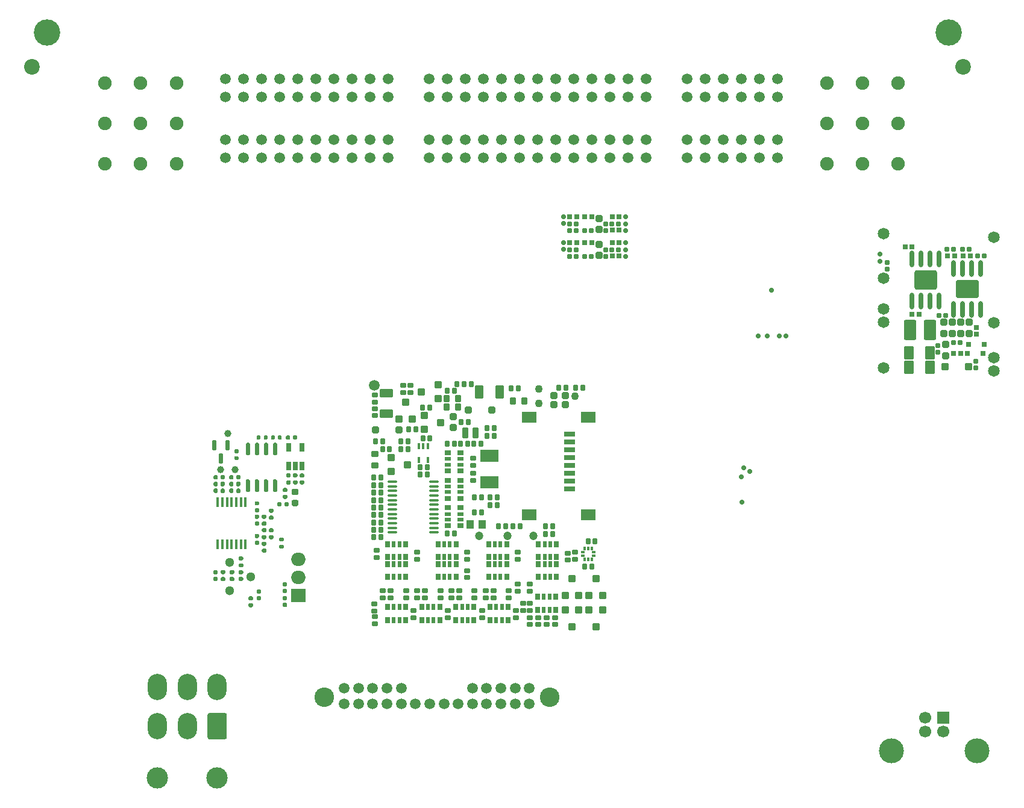
<source format=gbs>
G75*
G70*
%OFA0B0*%
%FSLAX25Y25*%
%IPPOS*%
%LPD*%
%AMOC8*
5,1,8,0,0,1.08239X$1,22.5*
%
%AMM152*
21,1,0.041340,0.026770,-0.000000,-0.000000,180.000000*
21,1,0.029130,0.038980,-0.000000,-0.000000,180.000000*
1,1,0.012210,-0.014570,0.013390*
1,1,0.012210,0.014570,0.013390*
1,1,0.012210,0.014570,-0.013390*
1,1,0.012210,-0.014570,-0.013390*
%
%AMM153*
21,1,0.076380,0.036220,-0.000000,-0.000000,270.000000*
21,1,0.061810,0.050790,-0.000000,-0.000000,270.000000*
1,1,0.014570,-0.018110,-0.030910*
1,1,0.014570,-0.018110,0.030910*
1,1,0.014570,0.018110,0.030910*
1,1,0.014570,0.018110,-0.030910*
%
%AMM156*
21,1,0.029130,0.018900,-0.000000,-0.000000,270.000000*
21,1,0.018900,0.029130,-0.000000,-0.000000,270.000000*
1,1,0.010240,-0.009450,-0.009450*
1,1,0.010240,-0.009450,0.009450*
1,1,0.010240,0.009450,0.009450*
1,1,0.010240,0.009450,-0.009450*
%
%AMM157*
21,1,0.025200,0.019680,-0.000000,-0.000000,180.000000*
21,1,0.015750,0.029130,-0.000000,-0.000000,180.000000*
1,1,0.009450,-0.007870,0.009840*
1,1,0.009450,0.007870,0.009840*
1,1,0.009450,0.007870,-0.009840*
1,1,0.009450,-0.007870,-0.009840*
%
%AMM158*
21,1,0.025200,0.019680,-0.000000,-0.000000,90.000000*
21,1,0.015750,0.029130,-0.000000,-0.000000,90.000000*
1,1,0.009450,0.009840,0.007870*
1,1,0.009450,0.009840,-0.007870*
1,1,0.009450,-0.009840,-0.007870*
1,1,0.009450,-0.009840,0.007870*
%
%AMM164*
21,1,0.111810,0.050390,-0.000000,-0.000000,270.000000*
21,1,0.093700,0.068500,-0.000000,-0.000000,270.000000*
1,1,0.018110,-0.025200,-0.046850*
1,1,0.018110,-0.025200,0.046850*
1,1,0.018110,0.025200,0.046850*
1,1,0.018110,0.025200,-0.046850*
%
%AMM165*
21,1,0.038980,0.026770,-0.000000,-0.000000,90.000000*
21,1,0.026770,0.038980,-0.000000,-0.000000,90.000000*
1,1,0.012210,0.013390,0.013390*
1,1,0.012210,0.013390,-0.013390*
1,1,0.012210,-0.013390,-0.013390*
1,1,0.012210,-0.013390,0.013390*
%
%AMM166*
21,1,0.029130,0.018900,-0.000000,-0.000000,0.000000*
21,1,0.018900,0.029130,-0.000000,-0.000000,0.000000*
1,1,0.010240,0.009450,-0.009450*
1,1,0.010240,-0.009450,-0.009450*
1,1,0.010240,-0.009450,0.009450*
1,1,0.010240,0.009450,0.009450*
%
%AMM167*
21,1,0.127560,0.075590,-0.000000,-0.000000,0.000000*
21,1,0.103150,0.100000,-0.000000,-0.000000,0.000000*
1,1,0.024410,0.051580,-0.037800*
1,1,0.024410,-0.051580,-0.037800*
1,1,0.024410,-0.051580,0.037800*
1,1,0.024410,0.051580,0.037800*
%
%AMM168*
21,1,0.123620,0.083460,-0.000000,-0.000000,180.000000*
21,1,0.097240,0.109840,-0.000000,-0.000000,180.000000*
1,1,0.026380,-0.048620,0.041730*
1,1,0.026380,0.048620,0.041730*
1,1,0.026380,0.048620,-0.041730*
1,1,0.026380,-0.048620,-0.041730*
%
%AMM25*
21,1,0.025200,0.019680,0.000000,0.000000,0.000000*
21,1,0.015750,0.029130,0.000000,0.000000,0.000000*
1,1,0.009450,0.007870,-0.009840*
1,1,0.009450,-0.007870,-0.009840*
1,1,0.009450,-0.007870,0.009840*
1,1,0.009450,0.007870,0.009840*
%
%AMM26*
21,1,0.025200,0.019680,0.000000,0.000000,270.000000*
21,1,0.015750,0.029130,0.000000,0.000000,270.000000*
1,1,0.009450,-0.009840,-0.007870*
1,1,0.009450,-0.009840,0.007870*
1,1,0.009450,0.009840,0.007870*
1,1,0.009450,0.009840,-0.007870*
%
%AMM33*
21,1,0.038980,0.026770,0.000000,0.000000,270.000000*
21,1,0.026770,0.038980,0.000000,0.000000,270.000000*
1,1,0.012210,-0.013390,-0.013390*
1,1,0.012210,-0.013390,0.013390*
1,1,0.012210,0.013390,0.013390*
1,1,0.012210,0.013390,-0.013390*
%
%AMM34*
21,1,0.029130,0.018900,0.000000,0.000000,180.000000*
21,1,0.018900,0.029130,0.000000,0.000000,180.000000*
1,1,0.010240,-0.009450,0.009450*
1,1,0.010240,0.009450,0.009450*
1,1,0.010240,0.009450,-0.009450*
1,1,0.010240,-0.009450,-0.009450*
%
%AMM53*
21,1,0.029530,0.026380,0.000000,0.000000,270.000000*
21,1,0.020470,0.035430,0.000000,0.000000,270.000000*
1,1,0.009060,-0.013190,-0.010240*
1,1,0.009060,-0.013190,0.010240*
1,1,0.009060,0.013190,0.010240*
1,1,0.009060,0.013190,-0.010240*
%
%AMM54*
21,1,0.021650,0.027950,0.000000,0.000000,270.000000*
21,1,0.014170,0.035430,0.000000,0.000000,270.000000*
1,1,0.007480,-0.013980,-0.007090*
1,1,0.007480,-0.013980,0.007090*
1,1,0.007480,0.013980,0.007090*
1,1,0.007480,0.013980,-0.007090*
%
%AMM57*
21,1,0.031500,0.018900,0.000000,0.000000,90.000000*
21,1,0.022840,0.027560,0.000000,0.000000,90.000000*
1,1,0.008660,0.009450,0.011420*
1,1,0.008660,0.009450,-0.011420*
1,1,0.008660,-0.009450,-0.011420*
1,1,0.008660,-0.009450,0.011420*
%
%AMM59*
21,1,0.031500,0.018900,0.000000,0.000000,180.000000*
21,1,0.022840,0.027560,0.000000,0.000000,180.000000*
1,1,0.008660,-0.011420,0.009450*
1,1,0.008660,0.011420,0.009450*
1,1,0.008660,0.011420,-0.009450*
1,1,0.008660,-0.011420,-0.009450*
%
%AMM61*
21,1,0.039370,0.030320,0.000000,0.000000,270.000000*
21,1,0.028350,0.041340,0.000000,0.000000,270.000000*
1,1,0.011020,-0.015160,-0.014170*
1,1,0.011020,-0.015160,0.014170*
1,1,0.011020,0.015160,0.014170*
1,1,0.011020,0.015160,-0.014170*
%
%AMM64*
21,1,0.031500,0.030710,0.000000,0.000000,0.000000*
21,1,0.022050,0.040160,0.000000,0.000000,0.000000*
1,1,0.009450,0.011020,-0.015350*
1,1,0.009450,-0.011020,-0.015350*
1,1,0.009450,-0.011020,0.015350*
1,1,0.009450,0.011020,0.015350*
%
%AMM79*
21,1,0.037400,0.026770,0.000000,0.000000,90.000000*
21,1,0.026770,0.037400,0.000000,0.000000,90.000000*
1,1,0.010630,0.013390,0.013390*
1,1,0.010630,0.013390,-0.013390*
1,1,0.010630,-0.013390,-0.013390*
1,1,0.010630,-0.013390,0.013390*
%
%AMM80*
21,1,0.029530,0.026380,0.000000,0.000000,0.000000*
21,1,0.020470,0.035430,0.000000,0.000000,0.000000*
1,1,0.009060,0.010240,-0.013190*
1,1,0.009060,-0.010240,-0.013190*
1,1,0.009060,-0.010240,0.013190*
1,1,0.009060,0.010240,0.013190*
%
%AMM81*
21,1,0.021650,0.027950,0.000000,0.000000,0.000000*
21,1,0.014170,0.035430,0.000000,0.000000,0.000000*
1,1,0.007480,0.007090,-0.013980*
1,1,0.007480,-0.007090,-0.013980*
1,1,0.007480,-0.007090,0.013980*
1,1,0.007480,0.007090,0.013980*
%
%AMM82*
21,1,0.037400,0.026770,0.000000,0.000000,0.000000*
21,1,0.026770,0.037400,0.000000,0.000000,0.000000*
1,1,0.010630,0.013390,-0.013390*
1,1,0.010630,-0.013390,-0.013390*
1,1,0.010630,-0.013390,0.013390*
1,1,0.010630,0.013390,0.013390*
%
%AMM83*
21,1,0.082680,0.045670,0.000000,0.000000,180.000000*
21,1,0.067320,0.061020,0.000000,0.000000,180.000000*
1,1,0.015350,-0.033660,0.022840*
1,1,0.015350,0.033660,0.022840*
1,1,0.015350,0.033660,-0.022840*
1,1,0.015350,-0.033660,-0.022840*
%
%AMM84*
21,1,0.062990,0.020470,0.000000,0.000000,180.000000*
21,1,0.053940,0.029530,0.000000,0.000000,180.000000*
1,1,0.009060,-0.026970,0.010240*
1,1,0.009060,0.026970,0.010240*
1,1,0.009060,0.026970,-0.010240*
1,1,0.009060,-0.026970,-0.010240*
%
%AMM85*
21,1,0.039370,0.030320,0.000000,0.000000,180.000000*
21,1,0.028350,0.041340,0.000000,0.000000,180.000000*
1,1,0.011020,-0.014170,0.015160*
1,1,0.011020,0.014170,0.015160*
1,1,0.011020,0.014170,-0.015160*
1,1,0.011020,-0.014170,-0.015160*
%
%AMM86*
21,1,0.016540,0.028980,0.000000,0.000000,180.000000*
21,1,0.010080,0.035430,0.000000,0.000000,180.000000*
1,1,0.006460,-0.005040,0.014490*
1,1,0.006460,0.005040,0.014490*
1,1,0.006460,0.005040,-0.014490*
1,1,0.006460,-0.005040,-0.014490*
%
%AMM87*
21,1,0.074800,0.036220,0.000000,0.000000,0.000000*
21,1,0.061810,0.049210,0.000000,0.000000,0.000000*
1,1,0.012990,0.030910,-0.018110*
1,1,0.012990,-0.030910,-0.018110*
1,1,0.012990,-0.030910,0.018110*
1,1,0.012990,0.030910,0.018110*
%
%AMM88*
21,1,0.039760,0.026770,0.000000,0.000000,0.000000*
21,1,0.029130,0.037400,0.000000,0.000000,0.000000*
1,1,0.010630,0.014570,-0.013390*
1,1,0.010630,-0.014570,-0.013390*
1,1,0.010630,-0.014570,0.013390*
1,1,0.010630,0.014570,0.013390*
%
%AMM89*
21,1,0.031500,0.049610,0.000000,0.000000,0.000000*
21,1,0.022050,0.059060,0.000000,0.000000,0.000000*
1,1,0.009450,0.011020,-0.024800*
1,1,0.009450,-0.011020,-0.024800*
1,1,0.009450,-0.011020,0.024800*
1,1,0.009450,0.011020,0.024800*
%
%AMM90*
21,1,0.074800,0.036220,0.000000,0.000000,90.000000*
21,1,0.061810,0.049210,0.000000,0.000000,90.000000*
1,1,0.012990,0.018110,0.030910*
1,1,0.012990,0.018110,-0.030910*
1,1,0.012990,-0.018110,-0.030910*
1,1,0.012990,-0.018110,0.030910*
%
%AMM91*
21,1,0.031500,0.030710,0.000000,0.000000,90.000000*
21,1,0.022050,0.040160,0.000000,0.000000,90.000000*
1,1,0.009450,0.015350,0.011020*
1,1,0.009450,0.015350,-0.011020*
1,1,0.009450,-0.015350,-0.011020*
1,1,0.009450,-0.015350,0.011020*
%
%ADD104M25*%
%ADD105M26*%
%ADD106C,0.02913*%
%ADD107C,0.06457*%
%ADD118M33*%
%ADD119M34*%
%ADD12C,0.05906*%
%ADD120O,0.02520X0.09213*%
%ADD14C,0.11811*%
%ADD149C,0.03900*%
%ADD151M53*%
%ADD152M54*%
%ADD159M57*%
%ADD163M59*%
%ADD165M61*%
%ADD169M64*%
%ADD175C,0.04724*%
%ADD176C,0.04294*%
%ADD195M79*%
%ADD196M80*%
%ADD197M81*%
%ADD198M82*%
%ADD199M83*%
%ADD200M84*%
%ADD201M85*%
%ADD202R,0.01772X0.01870*%
%ADD203M86*%
%ADD204O,0.05354X0.01378*%
%ADD205M87*%
%ADD206M88*%
%ADD207R,0.09843X0.07087*%
%ADD208R,0.01870X0.01772*%
%ADD209M89*%
%ADD210R,0.04331X0.04724*%
%ADD211M90*%
%ADD212M91*%
%ADD22C,0.02362*%
%ADD223C,0.05118*%
%ADD317M152*%
%ADD318M153*%
%ADD321M156*%
%ADD322M157*%
%ADD323M158*%
%ADD329M164*%
%ADD330M165*%
%ADD331M166*%
%ADD332M167*%
%ADD333M168*%
%ADD348R,0.07874X0.07500*%
%ADD349O,0.07874X0.07500*%
%ADD351R,0.01772X0.05709*%
%ADD352R,0.02559X0.04803*%
%ADD46R,0.06693X0.06693*%
%ADD47C,0.06693*%
%ADD48C,0.13780*%
%ADD49O,0.10630X0.14567*%
%ADD61C,0.07480*%
%ADD62C,0.10827*%
%ADD63C,0.08661*%
%ADD64C,0.14567*%
X0000000Y0000000D02*
%LPD*%
G01*
D62*
X0226636Y0070847D03*
X0351439Y0070847D03*
D12*
X0237857Y0075965D03*
X0245731Y0075965D03*
X0253605Y0075965D03*
X0261479Y0075965D03*
X0269353Y0075965D03*
X0308723Y0075965D03*
X0316597Y0075965D03*
X0324471Y0075965D03*
X0332345Y0075965D03*
X0340219Y0075965D03*
X0237857Y0067304D03*
X0245731Y0067304D03*
X0253605Y0067304D03*
X0261479Y0067304D03*
X0269353Y0067304D03*
X0277227Y0067304D03*
X0285101Y0067304D03*
X0292975Y0067304D03*
X0300849Y0067304D03*
X0308723Y0067304D03*
X0316597Y0067304D03*
X0324471Y0067304D03*
X0332345Y0067304D03*
X0340219Y0067304D03*
D22*
X0393436Y0322536D03*
X0393436Y0318796D03*
X0393436Y0315056D03*
X0359184Y0318993D03*
X0359184Y0322536D03*
D12*
X0536035Y0253335D03*
X0536035Y0278531D03*
X0536035Y0286012D03*
X0536035Y0302941D03*
D22*
X0534264Y0312390D03*
X0534264Y0316327D03*
D12*
X0536035Y0327547D03*
X0597059Y0251563D03*
X0597059Y0258846D03*
X0597059Y0278335D03*
X0597059Y0325776D03*
D46*
X0569061Y0059791D03*
D47*
X0559219Y0059791D03*
X0559219Y0051917D03*
X0569061Y0051917D03*
D48*
X0587841Y0041247D03*
X0540439Y0041247D03*
D22*
X0393457Y0336880D03*
X0393457Y0333139D03*
X0393457Y0329399D03*
X0359206Y0333336D03*
X0359206Y0336880D03*
D14*
X0167575Y0026201D03*
X0134504Y0026201D03*
G36*
G01*
X0172890Y0061240D02*
X0172890Y0048642D01*
G75*
G02*
X0171906Y0047657I-000984J0000000D01*
G01*
X0163244Y0047657D01*
G75*
G02*
X0162260Y0048642I0000000J0000984D01*
G01*
X0162260Y0061240D01*
G75*
G02*
X0163244Y0062224I0000984J0000000D01*
G01*
X0171906Y0062224D01*
G75*
G02*
X0172890Y0061240I0000000J-000984D01*
G01*
G37*
D49*
X0151039Y0054941D03*
X0134504Y0054941D03*
X0167575Y0076594D03*
X0151039Y0076594D03*
X0134504Y0076594D03*
D22*
X0474111Y0296420D03*
X0466907Y0271124D03*
X0471926Y0271124D03*
X0478422Y0271124D03*
X0481966Y0271124D03*
X0458624Y0198092D03*
X0462069Y0196025D03*
X0457443Y0193072D03*
X0457738Y0179096D03*
D63*
X0580222Y0419862D03*
D64*
X0572222Y0439134D03*
X0073348Y0439134D03*
D63*
X0065262Y0419862D03*
D61*
X0544219Y0411102D03*
X0524553Y0411102D03*
X0504884Y0411102D03*
X0544219Y0388657D03*
X0524553Y0388657D03*
X0504884Y0388657D03*
X0544219Y0366217D03*
X0524553Y0366217D03*
X0504884Y0366217D03*
D12*
X0477297Y0413433D03*
X0467297Y0413433D03*
X0457297Y0413433D03*
X0447297Y0413433D03*
X0437293Y0413433D03*
X0427293Y0413433D03*
X0477297Y0403421D03*
X0467297Y0403421D03*
X0457297Y0403421D03*
X0447297Y0403421D03*
X0437293Y0403421D03*
X0427293Y0403421D03*
X0477297Y0379646D03*
X0467297Y0379646D03*
X0457297Y0379646D03*
X0447297Y0379646D03*
X0437293Y0379646D03*
X0427293Y0379646D03*
X0477297Y0369555D03*
X0467297Y0369555D03*
X0457297Y0369555D03*
X0447297Y0369555D03*
X0437293Y0369555D03*
X0427293Y0369555D03*
X0404876Y0413433D03*
X0394876Y0413433D03*
X0384876Y0413433D03*
X0374876Y0413433D03*
X0364872Y0413433D03*
X0354872Y0413433D03*
X0344872Y0413433D03*
X0334872Y0413433D03*
X0324868Y0413433D03*
X0314868Y0413433D03*
X0304868Y0413433D03*
X0294868Y0413433D03*
X0284868Y0413433D03*
X0404876Y0403421D03*
X0394876Y0403421D03*
X0384876Y0403421D03*
X0374876Y0403421D03*
X0364872Y0403421D03*
X0354872Y0403421D03*
X0344872Y0403421D03*
X0334872Y0403421D03*
X0324868Y0403421D03*
X0314868Y0403421D03*
X0304868Y0403421D03*
X0294868Y0403421D03*
X0284868Y0403421D03*
X0404876Y0379646D03*
X0394876Y0379646D03*
X0384876Y0379646D03*
X0374876Y0379646D03*
X0364872Y0379646D03*
X0354872Y0379646D03*
X0344872Y0379646D03*
X0334872Y0379646D03*
X0324868Y0379646D03*
X0314868Y0379646D03*
X0304868Y0379646D03*
X0294868Y0379646D03*
X0284868Y0379646D03*
X0404876Y0369555D03*
X0394876Y0369555D03*
X0384876Y0369555D03*
X0374876Y0369555D03*
X0364872Y0369555D03*
X0354872Y0369555D03*
X0344872Y0369555D03*
X0334872Y0369555D03*
X0324868Y0369555D03*
X0314868Y0369555D03*
X0304868Y0369555D03*
X0294868Y0369555D03*
X0284868Y0369555D03*
X0262278Y0413433D03*
X0252278Y0413433D03*
X0242278Y0413433D03*
X0232278Y0413433D03*
X0222278Y0413433D03*
X0212274Y0413433D03*
X0202274Y0413433D03*
X0192274Y0413433D03*
X0182274Y0413433D03*
X0172270Y0413433D03*
X0262278Y0403421D03*
X0252278Y0403421D03*
X0242278Y0403421D03*
X0232278Y0403421D03*
X0222278Y0403421D03*
X0212274Y0403421D03*
X0202274Y0403421D03*
X0192274Y0403421D03*
X0182274Y0403421D03*
X0172270Y0403421D03*
X0262278Y0379646D03*
X0252278Y0379646D03*
X0242278Y0379646D03*
X0232278Y0379646D03*
X0222278Y0379646D03*
X0212274Y0379646D03*
X0202274Y0379646D03*
X0192274Y0379646D03*
X0182274Y0379646D03*
X0172270Y0379646D03*
X0262278Y0369555D03*
X0252278Y0369555D03*
X0242278Y0369555D03*
X0232278Y0369555D03*
X0222278Y0369555D03*
X0212274Y0369555D03*
X0202274Y0369555D03*
X0192274Y0369555D03*
X0182274Y0369555D03*
X0172270Y0369555D03*
D61*
X0145018Y0411102D03*
X0125266Y0411102D03*
X0105600Y0411102D03*
X0145018Y0388657D03*
X0125266Y0388657D03*
X0105600Y0388657D03*
X0145018Y0366217D03*
X0125266Y0366217D03*
X0105600Y0366217D03*
X0600012Y0330500D02*
G01*
G75*
D317*
X0570097Y0254122D02*
D03*
X0583089Y0254122D02*
D03*
D318*
X0550237Y0253728D02*
D03*
X0561654Y0253728D02*
D03*
X0550237Y0261760D02*
D03*
X0561654Y0261760D02*
D03*
D321*
X0587610Y0275776D02*
D03*
X0587610Y0271839D02*
D03*
X0590957Y0261209D02*
D03*
X0582295Y0261209D02*
D03*
X0591744Y0266457D02*
D03*
X0583083Y0266457D02*
D03*
D322*
X0579857Y0319083D02*
D03*
X0583401Y0319083D02*
D03*
X0570466Y0282350D02*
D03*
X0566922Y0282350D02*
D03*
X0578463Y0267245D02*
D03*
X0574920Y0267245D02*
D03*
X0571239Y0319083D02*
D03*
X0574782Y0319083D02*
D03*
X0591744Y0315146D02*
D03*
X0588201Y0315146D02*
D03*
D323*
X0566259Y0265670D02*
D03*
X0566259Y0262126D02*
D03*
X0587026Y0253268D02*
D03*
X0587026Y0256812D02*
D03*
X0538262Y0311585D02*
D03*
X0538262Y0308041D02*
D03*
D106*
X0534264Y0312390D02*
D03*
X0534264Y0316327D02*
D03*
D107*
X0597059Y0258847D02*
D03*
X0597059Y0325776D02*
D03*
X0597059Y0278335D02*
D03*
X0536036Y0278532D02*
D03*
X0536036Y0253335D02*
D03*
X0536036Y0302941D02*
D03*
X0536036Y0286012D02*
D03*
X0536036Y0327547D02*
D03*
X0597059Y0251563D02*
D03*
D329*
X0550799Y0274201D02*
D03*
X0561823Y0274201D02*
D03*
D330*
X0583477Y0278524D02*
D03*
X0583477Y0272304D02*
D03*
X0569383Y0278524D02*
D03*
X0569383Y0272304D02*
D03*
X0574074Y0278524D02*
D03*
X0574074Y0272304D02*
D03*
X0578766Y0278524D02*
D03*
X0578766Y0272304D02*
D03*
X0570564Y0266280D02*
D03*
X0570564Y0260059D02*
D03*
D331*
X0580054Y0315146D02*
D03*
X0583991Y0315146D02*
D03*
X0575373Y0315146D02*
D03*
X0571436Y0315146D02*
D03*
X0578660Y0261209D02*
D03*
X0574723Y0261209D02*
D03*
X0555727Y0282823D02*
D03*
X0551790Y0282823D02*
D03*
X0547951Y0320264D02*
D03*
X0551889Y0320264D02*
D03*
D120*
X0574940Y0308386D02*
D03*
X0579940Y0308386D02*
D03*
X0584940Y0308386D02*
D03*
X0589940Y0308386D02*
D03*
X0574940Y0285749D02*
D03*
X0579940Y0285749D02*
D03*
X0584940Y0285749D02*
D03*
X0589940Y0285749D02*
D03*
X0551873Y0313669D02*
D03*
X0556873Y0313669D02*
D03*
X0561873Y0313669D02*
D03*
X0566873Y0313669D02*
D03*
X0551873Y0290244D02*
D03*
X0556873Y0290244D02*
D03*
X0561873Y0290244D02*
D03*
X0566873Y0290244D02*
D03*
D332*
X0582440Y0297068D02*
D03*
D333*
X0559373Y0301957D02*
D03*
X0250202Y0106073D02*
G01*
G75*
D151*
X0302171Y0191112D02*
D03*
X0302171Y0165817D02*
D03*
X0302171Y0181073D02*
D03*
X0302171Y0175857D02*
D03*
X0295084Y0206368D02*
D03*
X0302171Y0206368D02*
D03*
X0302171Y0196329D02*
D03*
X0295084Y0196329D02*
D03*
X0295084Y0165817D02*
D03*
X0295084Y0175857D02*
D03*
X0295084Y0181073D02*
D03*
X0295084Y0191112D02*
D03*
D152*
X0302171Y0187667D02*
D03*
X0302171Y0172412D02*
D03*
X0302171Y0184518D02*
D03*
X0302171Y0169262D02*
D03*
X0302171Y0199774D02*
D03*
X0302171Y0202923D02*
D03*
X0295084Y0202923D02*
D03*
X0295084Y0199774D02*
D03*
X0295084Y0172412D02*
D03*
X0295084Y0169262D02*
D03*
X0295084Y0187667D02*
D03*
X0295084Y0184518D02*
D03*
D159*
X0304139Y0244262D02*
D03*
X0300202Y0244262D02*
D03*
X0298627Y0240719D02*
D03*
X0294690Y0240719D02*
D03*
X0306501Y0223396D02*
D03*
X0302564Y0223396D02*
D03*
X0335154Y0165694D02*
D03*
X0331217Y0165694D02*
D03*
X0326958Y0165694D02*
D03*
X0323021Y0165694D02*
D03*
X0283636Y0198161D02*
D03*
X0279699Y0198161D02*
D03*
X0283636Y0194438D02*
D03*
X0279699Y0194438D02*
D03*
X0281220Y0231270D02*
D03*
X0285157Y0231270D02*
D03*
X0369854Y0242203D02*
D03*
X0334106Y0241964D02*
D03*
X0349021Y0165694D02*
D03*
X0316737Y0219852D02*
D03*
X0316737Y0215522D02*
D03*
X0313307Y0211303D02*
D03*
X0302030Y0211358D02*
D03*
X0322446Y0181698D02*
D03*
X0313657Y0181698D02*
D03*
X0309720Y0173213D02*
D03*
X0374637Y0143347D02*
D03*
X0349021Y0161191D02*
D03*
X0308076Y0244262D02*
D03*
X0294690Y0211267D02*
D03*
X0273037Y0212665D02*
D03*
X0258972Y0212665D02*
D03*
X0273037Y0208435D02*
D03*
X0258972Y0208435D02*
D03*
X0298675Y0161527D02*
D03*
X0254139Y0159616D02*
D03*
X0320674Y0219852D02*
D03*
X0309720Y0181698D02*
D03*
X0318509Y0181698D02*
D03*
X0318509Y0177210D02*
D03*
X0322446Y0177210D02*
D03*
X0376580Y0157254D02*
D03*
X0372643Y0157254D02*
D03*
X0370700Y0143347D02*
D03*
X0285255Y0214171D02*
D03*
X0281318Y0214171D02*
D03*
X0255034Y0212665D02*
D03*
X0298627Y0211267D02*
D03*
X0313657Y0173213D02*
D03*
X0305967Y0211358D02*
D03*
X0309370Y0211303D02*
D03*
X0269100Y0208435D02*
D03*
X0294738Y0161527D02*
D03*
X0258076Y0159616D02*
D03*
X0330169Y0241964D02*
D03*
X0304139Y0244262D02*
D03*
X0277367Y0219238D02*
D03*
X0273430Y0219238D02*
D03*
X0269100Y0212665D02*
D03*
X0352958Y0161191D02*
D03*
X0352958Y0165694D02*
D03*
X0320674Y0215522D02*
D03*
X0365917Y0242203D02*
D03*
X0356601Y0242203D02*
D03*
X0360538Y0242203D02*
D03*
X0262909Y0208435D02*
D03*
X0254139Y0163553D02*
D03*
X0258076Y0163553D02*
D03*
X0254139Y0175955D02*
D03*
X0258076Y0175955D02*
D03*
X0254139Y0180089D02*
D03*
X0258076Y0180089D02*
D03*
X0254139Y0188357D02*
D03*
X0258076Y0188357D02*
D03*
X0254139Y0184223D02*
D03*
X0258076Y0184223D02*
D03*
X0254139Y0192490D02*
D03*
X0258076Y0192490D02*
D03*
X0254139Y0171821D02*
D03*
X0258076Y0171821D02*
D03*
X0254139Y0167687D02*
D03*
X0258076Y0167687D02*
D03*
D163*
X0309129Y0195049D02*
D03*
X0309129Y0199282D02*
D03*
X0354533Y0111191D02*
D03*
X0349808Y0111191D02*
D03*
X0345084Y0111191D02*
D03*
X0340360Y0111191D02*
D03*
X0270281Y0239538D02*
D03*
X0274415Y0239538D02*
D03*
X0365595Y0147317D02*
D03*
X0365595Y0151254D02*
D03*
X0254666Y0238356D02*
D03*
X0254666Y0234420D02*
D03*
X0309129Y0203219D02*
D03*
X0309129Y0191112D02*
D03*
X0361423Y0146821D02*
D03*
X0361423Y0150758D02*
D03*
X0336650Y0119045D02*
D03*
X0336650Y0122982D02*
D03*
X0340360Y0122982D02*
D03*
X0340360Y0119045D02*
D03*
X0340360Y0133632D02*
D03*
X0340360Y0129695D02*
D03*
X0340360Y0115128D02*
D03*
X0345084Y0115128D02*
D03*
X0354533Y0115128D02*
D03*
X0349808Y0115128D02*
D03*
X0255701Y0148322D02*
D03*
X0255701Y0152259D02*
D03*
X0305911Y0151349D02*
D03*
X0305911Y0147412D02*
D03*
X0305911Y0141112D02*
D03*
X0305911Y0137175D02*
D03*
X0277958Y0151349D02*
D03*
X0277958Y0147412D02*
D03*
X0301383Y0125955D02*
D03*
X0301383Y0129892D02*
D03*
X0272053Y0125955D02*
D03*
X0272053Y0129892D02*
D03*
X0259257Y0125955D02*
D03*
X0259257Y0129892D02*
D03*
X0276149Y0119045D02*
D03*
X0276149Y0115108D02*
D03*
X0254533Y0118671D02*
D03*
X0254533Y0122608D02*
D03*
X0254730Y0115522D02*
D03*
X0254730Y0111585D02*
D03*
X0254666Y0226830D02*
D03*
X0254666Y0230767D02*
D03*
X0270281Y0243475D02*
D03*
X0274415Y0243475D02*
D03*
X0278155Y0129892D02*
D03*
X0278155Y0125955D02*
D03*
X0282485Y0129892D02*
D03*
X0282485Y0125955D02*
D03*
X0290950Y0129892D02*
D03*
X0290950Y0125955D02*
D03*
X0295116Y0115108D02*
D03*
X0295116Y0119045D02*
D03*
X0333863Y0147412D02*
D03*
X0333863Y0151349D02*
D03*
X0263588Y0129892D02*
D03*
X0263588Y0125955D02*
D03*
X0313959Y0115108D02*
D03*
X0313959Y0119045D02*
D03*
X0309848Y0129892D02*
D03*
X0309848Y0125955D02*
D03*
X0297053Y0129892D02*
D03*
X0297053Y0125955D02*
D03*
X0332939Y0115108D02*
D03*
X0332939Y0119045D02*
D03*
X0328746Y0129892D02*
D03*
X0328746Y0125955D02*
D03*
X0320281Y0129892D02*
D03*
X0320281Y0125955D02*
D03*
X0315950Y0129892D02*
D03*
X0315950Y0125955D02*
D03*
X0333727Y0133632D02*
D03*
X0333727Y0129695D02*
D03*
D165*
X0289759Y0236329D02*
D03*
X0282019Y0226854D02*
D03*
X0263686Y0203484D02*
D03*
D169*
X0337407Y0234912D02*
D03*
X0331107Y0234912D02*
D03*
X0300793Y0236290D02*
D03*
X0294493Y0236290D02*
D03*
X0300793Y0231664D02*
D03*
X0294493Y0231664D02*
D03*
D165*
X0272938Y0199743D02*
D03*
X0282019Y0219374D02*
D03*
X0291271Y0223114D02*
D03*
X0289759Y0243809D02*
D03*
X0280507Y0240069D02*
D03*
X0263686Y0196003D02*
D03*
D175*
X0328115Y0160207D02*
D03*
X0342328Y0160207D02*
D03*
X0312328Y0160207D02*
D03*
D176*
X0365320Y0237766D02*
D03*
X0345320Y0233766D02*
D03*
X0345320Y0241766D02*
D03*
D12*
X0254533Y0243475D02*
D03*
D195*
X0298233Y0226467D02*
D03*
X0298233Y0220246D02*
D03*
D196*
X0327663Y0155679D02*
D03*
X0327663Y0148593D02*
D03*
X0317623Y0148593D02*
D03*
X0317623Y0155679D02*
D03*
X0299710Y0148593D02*
D03*
X0271757Y0148593D02*
D03*
X0289671Y0144656D02*
D03*
X0344789Y0119459D02*
D03*
X0344789Y0126545D02*
D03*
X0354828Y0126545D02*
D03*
X0354828Y0119459D02*
D03*
X0261718Y0137569D02*
D03*
X0261718Y0144656D02*
D03*
X0271757Y0144656D02*
D03*
X0271757Y0137569D02*
D03*
X0271757Y0155679D02*
D03*
X0261718Y0148593D02*
D03*
X0261718Y0155679D02*
D03*
X0289671Y0137569D02*
D03*
X0299710Y0144656D02*
D03*
X0299710Y0137569D02*
D03*
X0299710Y0155679D02*
D03*
X0289671Y0148593D02*
D03*
X0289671Y0155679D02*
D03*
X0290655Y0113750D02*
D03*
X0290655Y0120837D02*
D03*
X0280615Y0120837D02*
D03*
X0280615Y0113750D02*
D03*
X0271757Y0113750D02*
D03*
X0271757Y0120837D02*
D03*
X0261718Y0120837D02*
D03*
X0261718Y0113750D02*
D03*
X0309553Y0113750D02*
D03*
X0309553Y0120837D02*
D03*
X0299513Y0120837D02*
D03*
X0299513Y0113750D02*
D03*
X0328450Y0113750D02*
D03*
X0328450Y0120837D02*
D03*
X0318411Y0120837D02*
D03*
X0318411Y0113750D02*
D03*
X0327663Y0137569D02*
D03*
X0327663Y0144656D02*
D03*
X0317623Y0144656D02*
D03*
X0317623Y0137569D02*
D03*
X0355222Y0137569D02*
D03*
X0355222Y0144656D02*
D03*
X0345182Y0144656D02*
D03*
X0345182Y0137569D02*
D03*
X0345182Y0155679D02*
D03*
X0345182Y0148593D02*
D03*
X0355222Y0148593D02*
D03*
X0355222Y0155679D02*
D03*
D197*
X0321068Y0148593D02*
D03*
X0324218Y0148593D02*
D03*
X0324218Y0155679D02*
D03*
X0321068Y0155679D02*
D03*
X0296265Y0148593D02*
D03*
X0268312Y0148593D02*
D03*
X0293115Y0144656D02*
D03*
X0351383Y0126545D02*
D03*
X0348234Y0126545D02*
D03*
X0348234Y0119459D02*
D03*
X0351383Y0119459D02*
D03*
X0268312Y0144656D02*
D03*
X0265163Y0144656D02*
D03*
X0265163Y0137569D02*
D03*
X0268312Y0137569D02*
D03*
X0265163Y0148593D02*
D03*
X0268312Y0155679D02*
D03*
X0265163Y0155679D02*
D03*
X0296265Y0144656D02*
D03*
X0293115Y0137569D02*
D03*
X0296265Y0137569D02*
D03*
X0293116Y0148593D02*
D03*
X0296265Y0155679D02*
D03*
X0293116Y0155679D02*
D03*
X0287210Y0113750D02*
D03*
X0284060Y0113750D02*
D03*
X0284060Y0120837D02*
D03*
X0287210Y0120837D02*
D03*
X0268313Y0113750D02*
D03*
X0265163Y0113750D02*
D03*
X0265163Y0120837D02*
D03*
X0268313Y0120837D02*
D03*
X0306108Y0113750D02*
D03*
X0302958Y0113750D02*
D03*
X0302958Y0120837D02*
D03*
X0306108Y0120837D02*
D03*
X0325005Y0113750D02*
D03*
X0321856Y0113750D02*
D03*
X0321856Y0120837D02*
D03*
X0325005Y0120837D02*
D03*
X0324218Y0137569D02*
D03*
X0321068Y0137569D02*
D03*
X0321068Y0144656D02*
D03*
X0324218Y0144656D02*
D03*
X0351777Y0137569D02*
D03*
X0348627Y0137569D02*
D03*
X0348627Y0144656D02*
D03*
X0351777Y0144656D02*
D03*
X0348627Y0155679D02*
D03*
X0351777Y0155679D02*
D03*
X0351777Y0148593D02*
D03*
X0348627Y0148593D02*
D03*
D198*
X0360005Y0232943D02*
D03*
X0360005Y0237933D02*
D03*
X0353785Y0237933D02*
D03*
X0353785Y0232943D02*
D03*
D199*
X0372643Y0226053D02*
D03*
X0339966Y0226053D02*
D03*
X0372643Y0171920D02*
D03*
X0339966Y0171920D02*
D03*
D200*
X0362407Y0208022D02*
D03*
X0362407Y0216683D02*
D03*
X0362407Y0212353D02*
D03*
X0362407Y0203691D02*
D03*
X0362407Y0199360D02*
D03*
X0362407Y0195030D02*
D03*
X0362407Y0190699D02*
D03*
X0362407Y0186368D02*
D03*
D201*
X0380714Y0127412D02*
D03*
X0367510Y0127412D02*
D03*
X0373233Y0119380D02*
D03*
X0360030Y0119380D02*
D03*
X0376974Y0136664D02*
D03*
X0363770Y0136664D02*
D03*
X0363770Y0110128D02*
D03*
X0275596Y0225049D02*
D03*
X0271856Y0234301D02*
D03*
X0376974Y0110128D02*
D03*
D202*
X0374637Y0153185D02*
D03*
X0370700Y0153185D02*
D03*
X0374637Y0147181D02*
D03*
X0372669Y0147181D02*
D03*
X0372669Y0153185D02*
D03*
X0370700Y0147181D02*
D03*
D203*
X0284072Y0209833D02*
D03*
X0278954Y0209833D02*
D03*
X0281513Y0209833D02*
D03*
X0284072Y0202352D02*
D03*
X0278954Y0202352D02*
D03*
D204*
X0287289Y0190325D02*
D03*
X0264297Y0187766D02*
D03*
X0264297Y0190325D02*
D03*
X0287289Y0167294D02*
D03*
X0264297Y0164735D02*
D03*
X0264297Y0162175D02*
D03*
X0264297Y0167294D02*
D03*
X0264297Y0169853D02*
D03*
X0264297Y0172412D02*
D03*
X0264297Y0174971D02*
D03*
X0264297Y0177530D02*
D03*
X0264297Y0180089D02*
D03*
X0264297Y0182648D02*
D03*
X0264297Y0185207D02*
D03*
X0287289Y0162175D02*
D03*
X0287289Y0164735D02*
D03*
X0287289Y0169853D02*
D03*
X0287289Y0172412D02*
D03*
X0287289Y0174971D02*
D03*
X0287289Y0177530D02*
D03*
X0287289Y0180089D02*
D03*
X0287289Y0182648D02*
D03*
X0287289Y0185207D02*
D03*
X0287289Y0187766D02*
D03*
D205*
X0261226Y0227912D02*
D03*
X0261226Y0239330D02*
D03*
D206*
X0319316Y0230047D02*
D03*
X0306324Y0230047D02*
D03*
X0255239Y0218847D02*
D03*
X0268231Y0218847D02*
D03*
D207*
X0318091Y0204642D02*
D03*
X0318091Y0190075D02*
D03*
D208*
X0369667Y0149199D02*
D03*
X0369667Y0151167D02*
D03*
X0375671Y0151167D02*
D03*
X0375671Y0149199D02*
D03*
D209*
X0304680Y0217165D02*
D03*
X0310585Y0217165D02*
D03*
D201*
X0373233Y0127412D02*
D03*
X0360030Y0127412D02*
D03*
X0367510Y0119380D02*
D03*
X0268115Y0225049D02*
D03*
X0380714Y0119380D02*
D03*
D210*
X0307483Y0166506D02*
D03*
X0314176Y0166506D02*
D03*
D211*
X0323844Y0240043D02*
D03*
X0312427Y0240043D02*
D03*
D212*
X0254927Y0205679D02*
D03*
X0254927Y0199380D02*
D03*
X0488939Y0203505D02*
G01*
G75*
D106*
X0457738Y0179096D02*
D03*
X0457443Y0193072D02*
D03*
X0458624Y0198092D02*
D03*
X0462069Y0196025D02*
D03*
X0162776Y0221083D02*
%LPD*%
G01*
D223*
X0174390Y0129902D03*
X0186201Y0137776D03*
X0174390Y0145650D03*
D149*
X0173603Y0216910D03*
X0169603Y0196910D03*
X0177603Y0196910D03*
D348*
X0212481Y0127422D03*
D349*
X0212481Y0137422D03*
X0212481Y0147422D03*
G36*
G01*
X0170135Y0141378D02*
X0171493Y0141378D01*
G75*
G02*
X0172074Y0140798I0000000J-000581D01*
G01*
X0172074Y0139636D01*
G75*
G02*
X0171493Y0139055I-000581J0000000D01*
G01*
X0170135Y0139055D01*
G75*
G02*
X0169554Y0139636I0000000J0000581D01*
G01*
X0169554Y0140798D01*
G75*
G02*
X0170135Y0141378I0000581J0000000D01*
G01*
G37*
G36*
G01*
X0170135Y0137559D02*
X0171493Y0137559D01*
G75*
G02*
X0172074Y0136979I0000000J-000581D01*
G01*
X0172074Y0135817D01*
G75*
G02*
X0171493Y0135237I-000581J0000000D01*
G01*
X0170135Y0135237D01*
G75*
G02*
X0169554Y0135817I0000000J0000581D01*
G01*
X0169554Y0136979D01*
G75*
G02*
X0170135Y0137559I0000581J0000000D01*
G01*
G37*
G36*
G01*
X0185424Y0126910D02*
X0186782Y0126910D01*
G75*
G02*
X0187363Y0126329I0000000J-000581D01*
G01*
X0187363Y0125168D01*
G75*
G02*
X0186782Y0124587I-000581J0000000D01*
G01*
X0185424Y0124587D01*
G75*
G02*
X0184843Y0125168I0000000J0000581D01*
G01*
X0184843Y0126329D01*
G75*
G02*
X0185424Y0126910I0000581J0000000D01*
G01*
G37*
G36*
G01*
X0185424Y0123091D02*
X0186782Y0123091D01*
G75*
G02*
X0187363Y0122510I0000000J-000581D01*
G01*
X0187363Y0121349D01*
G75*
G02*
X0186782Y0120768I-000581J0000000D01*
G01*
X0185424Y0120768D01*
G75*
G02*
X0184843Y0121349I0000000J0000581D01*
G01*
X0184843Y0122510D01*
G75*
G02*
X0185424Y0123091I0000581J0000000D01*
G01*
G37*
G36*
G01*
X0211620Y0176792D02*
X0209602Y0176792D01*
G75*
G02*
X0208741Y0177653I0000000J0000861D01*
G01*
X0208741Y0179375D01*
G75*
G02*
X0209602Y0180237I0000861J0000000D01*
G01*
X0211620Y0180237D01*
G75*
G02*
X0212481Y0179375I0000000J-000861D01*
G01*
X0212481Y0177653D01*
G75*
G02*
X0211620Y0176792I-000861J0000000D01*
G01*
G37*
G36*
G01*
X0211620Y0182992D02*
X0209602Y0182992D01*
G75*
G02*
X0208741Y0183854I0000000J0000861D01*
G01*
X0208741Y0185576D01*
G75*
G02*
X0209602Y0186437I0000861J0000000D01*
G01*
X0211620Y0186437D01*
G75*
G02*
X0212481Y0185576I0000000J-000861D01*
G01*
X0212481Y0183854D01*
G75*
G02*
X0211620Y0182992I-000861J0000000D01*
G01*
G37*
G36*
G01*
X0167294Y0135237D02*
X0165935Y0135237D01*
G75*
G02*
X0165355Y0135817I0000000J0000581D01*
G01*
X0165355Y0136979D01*
G75*
G02*
X0165935Y0137559I0000581J0000000D01*
G01*
X0167294Y0137559D01*
G75*
G02*
X0167874Y0136979I0000000J-000581D01*
G01*
X0167874Y0135817D01*
G75*
G02*
X0167294Y0135237I-000581J0000000D01*
G01*
G37*
G36*
G01*
X0167294Y0139055D02*
X0165935Y0139055D01*
G75*
G02*
X0165355Y0139636I0000000J0000581D01*
G01*
X0165355Y0140798D01*
G75*
G02*
X0165935Y0141378I0000581J0000000D01*
G01*
X0167294Y0141378D01*
G75*
G02*
X0167874Y0140798I0000000J-000581D01*
G01*
X0167874Y0139636D01*
G75*
G02*
X0167294Y0139055I-000581J0000000D01*
G01*
G37*
G36*
G01*
X0206290Y0194938D02*
X0207648Y0194938D01*
G75*
G02*
X0208229Y0194358I0000000J-000581D01*
G01*
X0208229Y0193196D01*
G75*
G02*
X0207648Y0192616I-000581J0000000D01*
G01*
X0206290Y0192616D01*
G75*
G02*
X0205709Y0193196I0000000J0000581D01*
G01*
X0205709Y0194358D01*
G75*
G02*
X0206290Y0194938I0000581J0000000D01*
G01*
G37*
G36*
G01*
X0206290Y0191120D02*
X0207648Y0191120D01*
G75*
G02*
X0208229Y0190539I0000000J-000581D01*
G01*
X0208229Y0189377D01*
G75*
G02*
X0207648Y0188797I-000581J0000000D01*
G01*
X0206290Y0188797D01*
G75*
G02*
X0205709Y0189377I0000000J0000581D01*
G01*
X0205709Y0190539D01*
G75*
G02*
X0206290Y0191120I0000581J0000000D01*
G01*
G37*
G36*
G01*
X0204420Y0186851D02*
X0205778Y0186851D01*
G75*
G02*
X0206359Y0186270I0000000J-000581D01*
G01*
X0206359Y0185109D01*
G75*
G02*
X0205778Y0184528I-000581J0000000D01*
G01*
X0204420Y0184528D01*
G75*
G02*
X0203839Y0185109I0000000J0000581D01*
G01*
X0203839Y0186270D01*
G75*
G02*
X0204420Y0186851I0000581J0000000D01*
G01*
G37*
G36*
G01*
X0204420Y0183032D02*
X0205778Y0183032D01*
G75*
G02*
X0206359Y0182451I0000000J-000581D01*
G01*
X0206359Y0181290D01*
G75*
G02*
X0205778Y0180709I-000581J0000000D01*
G01*
X0204420Y0180709D01*
G75*
G02*
X0203839Y0181290I0000000J0000581D01*
G01*
X0203839Y0182451D01*
G75*
G02*
X0204420Y0183032I0000581J0000000D01*
G01*
G37*
G36*
G01*
X0211752Y0215463D02*
X0211752Y0214105D01*
G75*
G02*
X0211172Y0213524I-000581J0000000D01*
G01*
X0210010Y0213524D01*
G75*
G02*
X0209430Y0214105I0000000J0000581D01*
G01*
X0209430Y0215463D01*
G75*
G02*
X0210010Y0216044I0000581J0000000D01*
G01*
X0211172Y0216044D01*
G75*
G02*
X0211752Y0215463I0000000J-000581D01*
G01*
G37*
G36*
G01*
X0207933Y0215463D02*
X0207933Y0214105D01*
G75*
G02*
X0207353Y0213524I-000581J0000000D01*
G01*
X0206191Y0213524D01*
G75*
G02*
X0205611Y0214105I0000000J0000581D01*
G01*
X0205611Y0215463D01*
G75*
G02*
X0206191Y0216044I0000581J0000000D01*
G01*
X0207353Y0216044D01*
G75*
G02*
X0207933Y0215463I0000000J-000581D01*
G01*
G37*
G36*
G01*
X0194164Y0165945D02*
X0192806Y0165945D01*
G75*
G02*
X0192225Y0166526I0000000J0000581D01*
G01*
X0192225Y0167687D01*
G75*
G02*
X0192806Y0168268I0000581J0000000D01*
G01*
X0194164Y0168268D01*
G75*
G02*
X0194745Y0167687I0000000J-000581D01*
G01*
X0194745Y0166526D01*
G75*
G02*
X0194164Y0165945I-000581J0000000D01*
G01*
G37*
G36*
G01*
X0194164Y0169764D02*
X0192806Y0169764D01*
G75*
G02*
X0192225Y0170345I0000000J0000581D01*
G01*
X0192225Y0171506D01*
G75*
G02*
X0192806Y0172087I0000581J0000000D01*
G01*
X0194164Y0172087D01*
G75*
G02*
X0194745Y0171506I0000000J-000581D01*
G01*
X0194745Y0170345D01*
G75*
G02*
X0194164Y0169764I-000581J0000000D01*
G01*
G37*
G36*
G01*
X0188869Y0172087D02*
X0190227Y0172087D01*
G75*
G02*
X0190807Y0171506I0000000J-000581D01*
G01*
X0190807Y0170345D01*
G75*
G02*
X0190227Y0169764I-000581J0000000D01*
G01*
X0188869Y0169764D01*
G75*
G02*
X0188288Y0170345I0000000J0000581D01*
G01*
X0188288Y0171506D01*
G75*
G02*
X0188869Y0172087I0000581J0000000D01*
G01*
G37*
G36*
G01*
X0188869Y0168268D02*
X0190227Y0168268D01*
G75*
G02*
X0190807Y0167687I0000000J-000581D01*
G01*
X0190807Y0166526D01*
G75*
G02*
X0190227Y0165945I-000581J0000000D01*
G01*
X0188869Y0165945D01*
G75*
G02*
X0188288Y0166526I0000000J0000581D01*
G01*
X0188288Y0167687D01*
G75*
G02*
X0188869Y0168268I0000581J0000000D01*
G01*
G37*
G36*
G01*
X0191309Y0124607D02*
X0189951Y0124607D01*
G75*
G02*
X0189370Y0125187I0000000J0000581D01*
G01*
X0189370Y0126349D01*
G75*
G02*
X0189951Y0126929I0000581J0000000D01*
G01*
X0191309Y0126929D01*
G75*
G02*
X0191890Y0126349I0000000J-000581D01*
G01*
X0191890Y0125187D01*
G75*
G02*
X0191309Y0124607I-000581J0000000D01*
G01*
G37*
G36*
G01*
X0191309Y0128426D02*
X0189951Y0128426D01*
G75*
G02*
X0189370Y0129006I0000000J0000581D01*
G01*
X0189370Y0130168D01*
G75*
G02*
X0189951Y0130748I0000581J0000000D01*
G01*
X0191309Y0130748D01*
G75*
G02*
X0191890Y0130168I0000000J-000581D01*
G01*
X0191890Y0129006D01*
G75*
G02*
X0191309Y0128426I-000581J0000000D01*
G01*
G37*
D351*
X0167894Y0178957D03*
X0170453Y0178957D03*
X0173012Y0178957D03*
X0175571Y0178957D03*
X0178130Y0178957D03*
X0180689Y0178957D03*
X0183248Y0178957D03*
X0183248Y0155729D03*
X0180689Y0155729D03*
X0178130Y0155729D03*
X0175571Y0155729D03*
X0173012Y0155729D03*
X0170453Y0155729D03*
X0167894Y0155729D03*
G36*
G01*
X0211388Y0188780D02*
X0210030Y0188780D01*
G75*
G02*
X0209449Y0189361I0000000J0000581D01*
G01*
X0209449Y0190522D01*
G75*
G02*
X0210030Y0191103I0000581J0000000D01*
G01*
X0211388Y0191103D01*
G75*
G02*
X0211969Y0190522I0000000J-000581D01*
G01*
X0211969Y0189361D01*
G75*
G02*
X0211388Y0188780I-000581J0000000D01*
G01*
G37*
G36*
G01*
X0211388Y0192599D02*
X0210030Y0192599D01*
G75*
G02*
X0209449Y0193179I0000000J0000581D01*
G01*
X0209449Y0194341D01*
G75*
G02*
X0210030Y0194922I0000581J0000000D01*
G01*
X0211388Y0194922D01*
G75*
G02*
X0211969Y0194341I0000000J-000581D01*
G01*
X0211969Y0193179D01*
G75*
G02*
X0211388Y0192599I-000581J0000000D01*
G01*
G37*
G36*
G01*
X0213770Y0194922D02*
X0215128Y0194922D01*
G75*
G02*
X0215709Y0194341I0000000J-000581D01*
G01*
X0215709Y0193179D01*
G75*
G02*
X0215128Y0192599I-000581J0000000D01*
G01*
X0213770Y0192599D01*
G75*
G02*
X0213189Y0193179I0000000J0000581D01*
G01*
X0213189Y0194341D01*
G75*
G02*
X0213770Y0194922I0000581J0000000D01*
G01*
G37*
G36*
G01*
X0213770Y0191103D02*
X0215128Y0191103D01*
G75*
G02*
X0215709Y0190522I0000000J-000581D01*
G01*
X0215709Y0189361D01*
G75*
G02*
X0215128Y0188780I-000581J0000000D01*
G01*
X0213770Y0188780D01*
G75*
G02*
X0213189Y0189361I0000000J0000581D01*
G01*
X0213189Y0190522D01*
G75*
G02*
X0213770Y0191103I0000581J0000000D01*
G01*
G37*
G36*
G01*
X0204321Y0134685D02*
X0205680Y0134685D01*
G75*
G02*
X0206260Y0134105I0000000J-000581D01*
G01*
X0206260Y0132943D01*
G75*
G02*
X0205680Y0132363I-000581J0000000D01*
G01*
X0204321Y0132363D01*
G75*
G02*
X0203741Y0132943I0000000J0000581D01*
G01*
X0203741Y0134105D01*
G75*
G02*
X0204321Y0134685I0000581J0000000D01*
G01*
G37*
G36*
G01*
X0204321Y0130866D02*
X0205680Y0130866D01*
G75*
G02*
X0206260Y0130286I0000000J-000581D01*
G01*
X0206260Y0129124D01*
G75*
G02*
X0205680Y0128544I-000581J0000000D01*
G01*
X0204321Y0128544D01*
G75*
G02*
X0203741Y0129124I0000000J0000581D01*
G01*
X0203741Y0130286D01*
G75*
G02*
X0204321Y0130866I0000581J0000000D01*
G01*
G37*
G36*
G01*
X0175023Y0141378D02*
X0176382Y0141378D01*
G75*
G02*
X0176962Y0140798I0000000J-000581D01*
G01*
X0176962Y0139636D01*
G75*
G02*
X0176382Y0139055I-000581J0000000D01*
G01*
X0175023Y0139055D01*
G75*
G02*
X0174443Y0139636I0000000J0000581D01*
G01*
X0174443Y0140798D01*
G75*
G02*
X0175023Y0141378I0000581J0000000D01*
G01*
G37*
G36*
G01*
X0175023Y0137559D02*
X0176382Y0137559D01*
G75*
G02*
X0176962Y0136979I0000000J-000581D01*
G01*
X0176962Y0135817D01*
G75*
G02*
X0176382Y0135237I-000581J0000000D01*
G01*
X0175023Y0135237D01*
G75*
G02*
X0174443Y0135817I0000000J0000581D01*
G01*
X0174443Y0136979D01*
G75*
G02*
X0175023Y0137559I0000581J0000000D01*
G01*
G37*
G36*
G01*
X0198101Y0169193D02*
X0196743Y0169193D01*
G75*
G02*
X0196162Y0169774I0000000J0000581D01*
G01*
X0196162Y0170935D01*
G75*
G02*
X0196743Y0171516I0000581J0000000D01*
G01*
X0198101Y0171516D01*
G75*
G02*
X0198682Y0170935I0000000J-000581D01*
G01*
X0198682Y0169774D01*
G75*
G02*
X0198101Y0169193I-000581J0000000D01*
G01*
G37*
G36*
G01*
X0198101Y0173012D02*
X0196743Y0173012D01*
G75*
G02*
X0196162Y0173593I0000000J0000581D01*
G01*
X0196162Y0174754D01*
G75*
G02*
X0196743Y0175335I0000581J0000000D01*
G01*
X0198101Y0175335D01*
G75*
G02*
X0198682Y0174754I0000000J-000581D01*
G01*
X0198682Y0173593D01*
G75*
G02*
X0198101Y0173012I-000581J0000000D01*
G01*
G37*
G36*
G01*
X0205680Y0120866D02*
X0204321Y0120866D01*
G75*
G02*
X0203741Y0121447I0000000J0000581D01*
G01*
X0203741Y0122609D01*
G75*
G02*
X0204321Y0123189I0000581J0000000D01*
G01*
X0205680Y0123189D01*
G75*
G02*
X0206260Y0122609I0000000J-000581D01*
G01*
X0206260Y0121447D01*
G75*
G02*
X0205680Y0120866I-000581J0000000D01*
G01*
G37*
G36*
G01*
X0205680Y0124685D02*
X0204321Y0124685D01*
G75*
G02*
X0203741Y0125266I0000000J0000581D01*
G01*
X0203741Y0126427D01*
G75*
G02*
X0204321Y0127008I0000581J0000000D01*
G01*
X0205680Y0127008D01*
G75*
G02*
X0206260Y0126427I0000000J-000581D01*
G01*
X0206260Y0125266D01*
G75*
G02*
X0205680Y0124685I-000581J0000000D01*
G01*
G37*
G36*
G01*
X0190227Y0173327D02*
X0188869Y0173327D01*
G75*
G02*
X0188288Y0173908I0000000J0000581D01*
G01*
X0188288Y0175069D01*
G75*
G02*
X0188869Y0175650I0000581J0000000D01*
G01*
X0190227Y0175650D01*
G75*
G02*
X0190807Y0175069I0000000J-000581D01*
G01*
X0190807Y0173908D01*
G75*
G02*
X0190227Y0173327I-000581J0000000D01*
G01*
G37*
G36*
G01*
X0190227Y0177146D02*
X0188869Y0177146D01*
G75*
G02*
X0188288Y0177727I0000000J0000581D01*
G01*
X0188288Y0178888D01*
G75*
G02*
X0188869Y0179469I0000581J0000000D01*
G01*
X0190227Y0179469D01*
G75*
G02*
X0190807Y0178888I0000000J-000581D01*
G01*
X0190807Y0177727D01*
G75*
G02*
X0190227Y0177146I-000581J0000000D01*
G01*
G37*
G36*
G01*
X0165611Y0184577D02*
X0165611Y0185935D01*
G75*
G02*
X0166191Y0186516I0000581J0000000D01*
G01*
X0167353Y0186516D01*
G75*
G02*
X0167933Y0185935I0000000J-000581D01*
G01*
X0167933Y0184577D01*
G75*
G02*
X0167353Y0183996I-000581J0000000D01*
G01*
X0166191Y0183996D01*
G75*
G02*
X0165611Y0184577I0000000J0000581D01*
G01*
G37*
G36*
G01*
X0169430Y0184577D02*
X0169430Y0185935D01*
G75*
G02*
X0170010Y0186516I0000581J0000000D01*
G01*
X0171172Y0186516D01*
G75*
G02*
X0171752Y0185935I0000000J-000581D01*
G01*
X0171752Y0184577D01*
G75*
G02*
X0171172Y0183996I-000581J0000000D01*
G01*
X0170010Y0183996D01*
G75*
G02*
X0169430Y0184577I0000000J0000581D01*
G01*
G37*
G36*
G01*
X0194164Y0158465D02*
X0192806Y0158465D01*
G75*
G02*
X0192225Y0159046I0000000J0000581D01*
G01*
X0192225Y0160207D01*
G75*
G02*
X0192806Y0160788I0000581J0000000D01*
G01*
X0194164Y0160788D01*
G75*
G02*
X0194745Y0160207I0000000J-000581D01*
G01*
X0194745Y0159046D01*
G75*
G02*
X0194164Y0158465I-000581J0000000D01*
G01*
G37*
G36*
G01*
X0194164Y0162284D02*
X0192806Y0162284D01*
G75*
G02*
X0192225Y0162864I0000000J0000581D01*
G01*
X0192225Y0164026D01*
G75*
G02*
X0192806Y0164607I0000581J0000000D01*
G01*
X0194164Y0164607D01*
G75*
G02*
X0194745Y0164026I0000000J-000581D01*
G01*
X0194745Y0162864D01*
G75*
G02*
X0194164Y0162284I-000581J0000000D01*
G01*
G37*
G36*
G01*
X0192806Y0157126D02*
X0194164Y0157126D01*
G75*
G02*
X0194745Y0156546I0000000J-000581D01*
G01*
X0194745Y0155384D01*
G75*
G02*
X0194164Y0154803I-000581J0000000D01*
G01*
X0192806Y0154803D01*
G75*
G02*
X0192225Y0155384I0000000J0000581D01*
G01*
X0192225Y0156546D01*
G75*
G02*
X0192806Y0157126I0000581J0000000D01*
G01*
G37*
G36*
G01*
X0192806Y0153307D02*
X0194164Y0153307D01*
G75*
G02*
X0194745Y0152727I0000000J-000581D01*
G01*
X0194745Y0151565D01*
G75*
G02*
X0194164Y0150985I-000581J0000000D01*
G01*
X0192806Y0150985D01*
G75*
G02*
X0192225Y0151565I0000000J0000581D01*
G01*
X0192225Y0152727D01*
G75*
G02*
X0192806Y0153307I0000581J0000000D01*
G01*
G37*
G36*
G01*
X0165611Y0188317D02*
X0165611Y0189676D01*
G75*
G02*
X0166191Y0190256I0000581J0000000D01*
G01*
X0167353Y0190256D01*
G75*
G02*
X0167933Y0189676I0000000J-000581D01*
G01*
X0167933Y0188317D01*
G75*
G02*
X0167353Y0187737I-000581J0000000D01*
G01*
X0166191Y0187737D01*
G75*
G02*
X0165611Y0188317I0000000J0000581D01*
G01*
G37*
G36*
G01*
X0169430Y0188317D02*
X0169430Y0189676D01*
G75*
G02*
X0170010Y0190256I0000581J0000000D01*
G01*
X0171172Y0190256D01*
G75*
G02*
X0171752Y0189676I0000000J-000581D01*
G01*
X0171752Y0188317D01*
G75*
G02*
X0171172Y0187737I-000581J0000000D01*
G01*
X0170010Y0187737D01*
G75*
G02*
X0169430Y0188317I0000000J0000581D01*
G01*
G37*
D352*
X0214449Y0198996D03*
X0210709Y0198996D03*
X0206969Y0198996D03*
X0206969Y0209311D03*
X0214449Y0209311D03*
G36*
G01*
X0196743Y0164508D02*
X0198101Y0164508D01*
G75*
G02*
X0198682Y0163927I0000000J-000581D01*
G01*
X0198682Y0162766D01*
G75*
G02*
X0198101Y0162185I-000581J0000000D01*
G01*
X0196743Y0162185D01*
G75*
G02*
X0196162Y0162766I0000000J0000581D01*
G01*
X0196162Y0163927D01*
G75*
G02*
X0196743Y0164508I0000581J0000000D01*
G01*
G37*
G36*
G01*
X0196743Y0160689D02*
X0198101Y0160689D01*
G75*
G02*
X0198682Y0160109I0000000J-000581D01*
G01*
X0198682Y0158947D01*
G75*
G02*
X0198101Y0158366I-000581J0000000D01*
G01*
X0196743Y0158366D01*
G75*
G02*
X0196162Y0158947I0000000J0000581D01*
G01*
X0196162Y0160109D01*
G75*
G02*
X0196743Y0160689I0000581J0000000D01*
G01*
G37*
G36*
G01*
X0200847Y0177097D02*
X0200847Y0178455D01*
G75*
G02*
X0201428Y0179036I0000581J0000000D01*
G01*
X0202589Y0179036D01*
G75*
G02*
X0203170Y0178455I0000000J-000581D01*
G01*
X0203170Y0177097D01*
G75*
G02*
X0202589Y0176516I-000581J0000000D01*
G01*
X0201428Y0176516D01*
G75*
G02*
X0200847Y0177097I0000000J0000581D01*
G01*
G37*
G36*
G01*
X0204666Y0177097D02*
X0204666Y0178455D01*
G75*
G02*
X0205246Y0179036I0000581J0000000D01*
G01*
X0206408Y0179036D01*
G75*
G02*
X0206989Y0178455I0000000J-000581D01*
G01*
X0206989Y0177097D01*
G75*
G02*
X0206408Y0176516I-000581J0000000D01*
G01*
X0205246Y0176516D01*
G75*
G02*
X0204666Y0177097I0000000J0000581D01*
G01*
G37*
G36*
G01*
X0180414Y0185935D02*
X0180414Y0184577D01*
G75*
G02*
X0179833Y0183996I-000581J0000000D01*
G01*
X0178672Y0183996D01*
G75*
G02*
X0178091Y0184577I0000000J0000581D01*
G01*
X0178091Y0185935D01*
G75*
G02*
X0178672Y0186516I0000581J0000000D01*
G01*
X0179833Y0186516D01*
G75*
G02*
X0180414Y0185935I0000000J-000581D01*
G01*
G37*
G36*
G01*
X0176595Y0185935D02*
X0176595Y0184577D01*
G75*
G02*
X0176014Y0183996I-000581J0000000D01*
G01*
X0174853Y0183996D01*
G75*
G02*
X0174272Y0184577I0000000J0000581D01*
G01*
X0174272Y0185935D01*
G75*
G02*
X0174853Y0186516I0000581J0000000D01*
G01*
X0176014Y0186516D01*
G75*
G02*
X0176595Y0185935I0000000J-000581D01*
G01*
G37*
G36*
G01*
X0181369Y0142815D02*
X0180010Y0142815D01*
G75*
G02*
X0179430Y0143396I0000000J0000581D01*
G01*
X0179430Y0144557D01*
G75*
G02*
X0180010Y0145138I0000581J0000000D01*
G01*
X0181369Y0145138D01*
G75*
G02*
X0181949Y0144557I0000000J-000581D01*
G01*
X0181949Y0143396D01*
G75*
G02*
X0181369Y0142815I-000581J0000000D01*
G01*
G37*
G36*
G01*
X0181369Y0146634D02*
X0180010Y0146634D01*
G75*
G02*
X0179430Y0147215I0000000J0000581D01*
G01*
X0179430Y0148376D01*
G75*
G02*
X0180010Y0148957I0000581J0000000D01*
G01*
X0181369Y0148957D01*
G75*
G02*
X0181949Y0148376I0000000J-000581D01*
G01*
X0181949Y0147215D01*
G75*
G02*
X0181369Y0146634I-000581J0000000D01*
G01*
G37*
G36*
G01*
X0181369Y0135237D02*
X0180010Y0135237D01*
G75*
G02*
X0179430Y0135817I0000000J0000581D01*
G01*
X0179430Y0136979D01*
G75*
G02*
X0180010Y0137559I0000581J0000000D01*
G01*
X0181369Y0137559D01*
G75*
G02*
X0181949Y0136979I0000000J-000581D01*
G01*
X0181949Y0135817D01*
G75*
G02*
X0181369Y0135237I-000581J0000000D01*
G01*
G37*
G36*
G01*
X0181369Y0139055D02*
X0180010Y0139055D01*
G75*
G02*
X0179430Y0139636I0000000J0000581D01*
G01*
X0179430Y0140798D01*
G75*
G02*
X0180010Y0141378I0000581J0000000D01*
G01*
X0181369Y0141378D01*
G75*
G02*
X0181949Y0140798I0000000J-000581D01*
G01*
X0181949Y0139636D01*
G75*
G02*
X0181369Y0139055I-000581J0000000D01*
G01*
G37*
G36*
G01*
X0180414Y0189676D02*
X0180414Y0188317D01*
G75*
G02*
X0179833Y0187737I-000581J0000000D01*
G01*
X0178672Y0187737D01*
G75*
G02*
X0178091Y0188317I0000000J0000581D01*
G01*
X0178091Y0189676D01*
G75*
G02*
X0178672Y0190256I0000581J0000000D01*
G01*
X0179833Y0190256D01*
G75*
G02*
X0180414Y0189676I0000000J-000581D01*
G01*
G37*
G36*
G01*
X0176595Y0189676D02*
X0176595Y0188317D01*
G75*
G02*
X0176014Y0187737I-000581J0000000D01*
G01*
X0174853Y0187737D01*
G75*
G02*
X0174272Y0188317I0000000J0000581D01*
G01*
X0174272Y0189676D01*
G75*
G02*
X0174853Y0190256I0000581J0000000D01*
G01*
X0176014Y0190256D01*
G75*
G02*
X0176595Y0189676I0000000J-000581D01*
G01*
G37*
G36*
G01*
X0190227Y0155315D02*
X0188869Y0155315D01*
G75*
G02*
X0188288Y0155896I0000000J0000581D01*
G01*
X0188288Y0157057D01*
G75*
G02*
X0188869Y0157638I0000581J0000000D01*
G01*
X0190227Y0157638D01*
G75*
G02*
X0190807Y0157057I0000000J-000581D01*
G01*
X0190807Y0155896D01*
G75*
G02*
X0190227Y0155315I-000581J0000000D01*
G01*
G37*
G36*
G01*
X0190227Y0159134D02*
X0188869Y0159134D01*
G75*
G02*
X0188288Y0159715I0000000J0000581D01*
G01*
X0188288Y0160876D01*
G75*
G02*
X0188869Y0161457I0000581J0000000D01*
G01*
X0190227Y0161457D01*
G75*
G02*
X0190807Y0160876I0000000J-000581D01*
G01*
X0190807Y0159715D01*
G75*
G02*
X0190227Y0159134I-000581J0000000D01*
G01*
G37*
G36*
G01*
X0180414Y0193416D02*
X0180414Y0192057D01*
G75*
G02*
X0179833Y0191477I-000581J0000000D01*
G01*
X0178672Y0191477D01*
G75*
G02*
X0178091Y0192057I0000000J0000581D01*
G01*
X0178091Y0193416D01*
G75*
G02*
X0178672Y0193996I0000581J0000000D01*
G01*
X0179833Y0193996D01*
G75*
G02*
X0180414Y0193416I0000000J-000581D01*
G01*
G37*
G36*
G01*
X0176595Y0193416D02*
X0176595Y0192057D01*
G75*
G02*
X0176014Y0191477I-000581J0000000D01*
G01*
X0174853Y0191477D01*
G75*
G02*
X0174272Y0192057I0000000J0000581D01*
G01*
X0174272Y0193416D01*
G75*
G02*
X0174853Y0193996I0000581J0000000D01*
G01*
X0176014Y0193996D01*
G75*
G02*
X0176595Y0193416I0000000J-000581D01*
G01*
G37*
G36*
G01*
X0171752Y0193416D02*
X0171752Y0192057D01*
G75*
G02*
X0171172Y0191477I-000581J0000000D01*
G01*
X0170010Y0191477D01*
G75*
G02*
X0169430Y0192057I0000000J0000581D01*
G01*
X0169430Y0193416D01*
G75*
G02*
X0170010Y0193996I0000581J0000000D01*
G01*
X0171172Y0193996D01*
G75*
G02*
X0171752Y0193416I0000000J-000581D01*
G01*
G37*
G36*
G01*
X0167933Y0193416D02*
X0167933Y0192057D01*
G75*
G02*
X0167353Y0191477I-000581J0000000D01*
G01*
X0166191Y0191477D01*
G75*
G02*
X0165611Y0192057I0000000J0000581D01*
G01*
X0165611Y0193416D01*
G75*
G02*
X0166191Y0193996I0000581J0000000D01*
G01*
X0167353Y0193996D01*
G75*
G02*
X0167933Y0193416I0000000J-000581D01*
G01*
G37*
G36*
G01*
X0177559Y0208229D02*
X0178898Y0208229D01*
G75*
G02*
X0179449Y0207678I0000000J-000551D01*
G01*
X0179449Y0206575D01*
G75*
G02*
X0178898Y0206024I-000551J0000000D01*
G01*
X0177559Y0206024D01*
G75*
G02*
X0177008Y0206575I0000000J0000551D01*
G01*
X0177008Y0207678D01*
G75*
G02*
X0177559Y0208229I0000551J0000000D01*
G01*
G37*
G36*
G01*
X0177559Y0204449D02*
X0178898Y0204449D01*
G75*
G02*
X0179449Y0203898I0000000J-000551D01*
G01*
X0179449Y0202796D01*
G75*
G02*
X0178898Y0202245I-000551J0000000D01*
G01*
X0177559Y0202245D01*
G75*
G02*
X0177008Y0202796I0000000J0000551D01*
G01*
X0177008Y0203898D01*
G75*
G02*
X0177559Y0204449I0000551J0000000D01*
G01*
G37*
G36*
G01*
X0203819Y0153288D02*
X0202363Y0153288D01*
G75*
G02*
X0201831Y0153819I0000000J0000531D01*
G01*
X0201831Y0154882D01*
G75*
G02*
X0202363Y0155414I0000531J0000000D01*
G01*
X0203819Y0155414D01*
G75*
G02*
X0204351Y0154882I0000000J-000531D01*
G01*
X0204351Y0153819D01*
G75*
G02*
X0203819Y0153288I-000531J0000000D01*
G01*
G37*
G36*
G01*
X0203819Y0157303D02*
X0202363Y0157303D01*
G75*
G02*
X0201831Y0157835I0000000J0000531D01*
G01*
X0201831Y0158898D01*
G75*
G02*
X0202363Y0159429I0000531J0000000D01*
G01*
X0203819Y0159429D01*
G75*
G02*
X0204351Y0158898I0000000J-000531D01*
G01*
X0204351Y0157835D01*
G75*
G02*
X0203819Y0157303I-000531J0000000D01*
G01*
G37*
G36*
G01*
X0189286Y0214016D02*
X0189286Y0215473D01*
G75*
G02*
X0189818Y0216004I0000531J0000000D01*
G01*
X0190881Y0216004D01*
G75*
G02*
X0191412Y0215473I0000000J-000531D01*
G01*
X0191412Y0214016D01*
G75*
G02*
X0190881Y0213485I-000531J0000000D01*
G01*
X0189818Y0213485D01*
G75*
G02*
X0189286Y0214016I0000000J0000531D01*
G01*
G37*
G36*
G01*
X0193302Y0214016D02*
X0193302Y0215473D01*
G75*
G02*
X0193834Y0216004I0000531J0000000D01*
G01*
X0194897Y0216004D01*
G75*
G02*
X0195428Y0215473I0000000J-000531D01*
G01*
X0195428Y0214016D01*
G75*
G02*
X0194897Y0213485I-000531J0000000D01*
G01*
X0193834Y0213485D01*
G75*
G02*
X0193302Y0214016I0000000J0000531D01*
G01*
G37*
G36*
G01*
X0165335Y0213406D02*
X0166516Y0213406D01*
G75*
G02*
X0167107Y0212815I0000000J-000591D01*
G01*
X0167107Y0208189D01*
G75*
G02*
X0166516Y0207599I-000591J0000000D01*
G01*
X0165335Y0207599D01*
G75*
G02*
X0164745Y0208189I0000000J0000591D01*
G01*
X0164745Y0212815D01*
G75*
G02*
X0165335Y0213406I0000591J0000000D01*
G01*
G37*
G36*
G01*
X0172815Y0213406D02*
X0173996Y0213406D01*
G75*
G02*
X0174587Y0212815I0000000J-000591D01*
G01*
X0174587Y0208189D01*
G75*
G02*
X0173996Y0207599I-000591J0000000D01*
G01*
X0172815Y0207599D01*
G75*
G02*
X0172225Y0208189I0000000J0000591D01*
G01*
X0172225Y0212815D01*
G75*
G02*
X0172815Y0213406I0000591J0000000D01*
G01*
G37*
G36*
G01*
X0169075Y0206024D02*
X0170256Y0206024D01*
G75*
G02*
X0170847Y0205433I0000000J-000591D01*
G01*
X0170847Y0200807D01*
G75*
G02*
X0170256Y0200217I-000591J0000000D01*
G01*
X0169075Y0200217D01*
G75*
G02*
X0168485Y0200807I0000000J0000591D01*
G01*
X0168485Y0205433D01*
G75*
G02*
X0169075Y0206024I0000591J0000000D01*
G01*
G37*
G36*
G01*
X0203267Y0215453D02*
X0203267Y0214114D01*
G75*
G02*
X0202715Y0213563I-000551J0000000D01*
G01*
X0201613Y0213563D01*
G75*
G02*
X0201062Y0214114I0000000J0000551D01*
G01*
X0201062Y0215453D01*
G75*
G02*
X0201613Y0216004I0000551J0000000D01*
G01*
X0202715Y0216004D01*
G75*
G02*
X0203267Y0215453I0000000J-000551D01*
G01*
G37*
G36*
G01*
X0199487Y0215453D02*
X0199487Y0214114D01*
G75*
G02*
X0198936Y0213563I-000551J0000000D01*
G01*
X0197834Y0213563D01*
G75*
G02*
X0197282Y0214114I0000000J0000551D01*
G01*
X0197282Y0215453D01*
G75*
G02*
X0197834Y0216004I0000551J0000000D01*
G01*
X0198936Y0216004D01*
G75*
G02*
X0199487Y0215453I0000000J-000551D01*
G01*
G37*
G36*
G01*
X0200196Y0184666D02*
X0199015Y0184666D01*
G75*
G02*
X0198424Y0185256I0000000J0000591D01*
G01*
X0198424Y0190965D01*
G75*
G02*
X0199015Y0191555I0000591J0000000D01*
G01*
X0200196Y0191555D01*
G75*
G02*
X0200786Y0190965I0000000J-000591D01*
G01*
X0200786Y0185256D01*
G75*
G02*
X0200196Y0184666I-000591J0000000D01*
G01*
G37*
G36*
G01*
X0195196Y0184666D02*
X0194015Y0184666D01*
G75*
G02*
X0193424Y0185256I0000000J0000591D01*
G01*
X0193424Y0190965D01*
G75*
G02*
X0194015Y0191555I0000591J0000000D01*
G01*
X0195196Y0191555D01*
G75*
G02*
X0195786Y0190965I0000000J-000591D01*
G01*
X0195786Y0185256D01*
G75*
G02*
X0195196Y0184666I-000591J0000000D01*
G01*
G37*
G36*
G01*
X0190196Y0184666D02*
X0189015Y0184666D01*
G75*
G02*
X0188424Y0185256I0000000J0000591D01*
G01*
X0188424Y0190965D01*
G75*
G02*
X0189015Y0191555I0000591J0000000D01*
G01*
X0190196Y0191555D01*
G75*
G02*
X0190786Y0190965I0000000J-000591D01*
G01*
X0190786Y0185256D01*
G75*
G02*
X0190196Y0184666I-000591J0000000D01*
G01*
G37*
G36*
G01*
X0185196Y0184666D02*
X0184015Y0184666D01*
G75*
G02*
X0183424Y0185256I0000000J0000591D01*
G01*
X0183424Y0190965D01*
G75*
G02*
X0184015Y0191555I0000591J0000000D01*
G01*
X0185196Y0191555D01*
G75*
G02*
X0185786Y0190965I0000000J-000591D01*
G01*
X0185786Y0185256D01*
G75*
G02*
X0185196Y0184666I-000591J0000000D01*
G01*
G37*
G36*
G01*
X0185196Y0204941D02*
X0184015Y0204941D01*
G75*
G02*
X0183424Y0205532I0000000J0000591D01*
G01*
X0183424Y0211240D01*
G75*
G02*
X0184015Y0211831I0000591J0000000D01*
G01*
X0185196Y0211831D01*
G75*
G02*
X0185786Y0211240I0000000J-000591D01*
G01*
X0185786Y0205532D01*
G75*
G02*
X0185196Y0204941I-000591J0000000D01*
G01*
G37*
G36*
G01*
X0190196Y0204941D02*
X0189015Y0204941D01*
G75*
G02*
X0188424Y0205532I0000000J0000591D01*
G01*
X0188424Y0211240D01*
G75*
G02*
X0189015Y0211831I0000591J0000000D01*
G01*
X0190196Y0211831D01*
G75*
G02*
X0190786Y0211240I0000000J-000591D01*
G01*
X0190786Y0205532D01*
G75*
G02*
X0190196Y0204941I-000591J0000000D01*
G01*
G37*
G36*
G01*
X0195196Y0204941D02*
X0194015Y0204941D01*
G75*
G02*
X0193424Y0205532I0000000J0000591D01*
G01*
X0193424Y0211240D01*
G75*
G02*
X0194015Y0211831I0000591J0000000D01*
G01*
X0195196Y0211831D01*
G75*
G02*
X0195786Y0211240I0000000J-000591D01*
G01*
X0195786Y0205532D01*
G75*
G02*
X0195196Y0204941I-000591J0000000D01*
G01*
G37*
G36*
G01*
X0200196Y0204941D02*
X0199015Y0204941D01*
G75*
G02*
X0198424Y0205532I0000000J0000591D01*
G01*
X0198424Y0211240D01*
G75*
G02*
X0199015Y0211831I0000591J0000000D01*
G01*
X0200196Y0211831D01*
G75*
G02*
X0200786Y0211240I0000000J-000591D01*
G01*
X0200786Y0205532D01*
G75*
G02*
X0200196Y0204941I-000591J0000000D01*
G01*
G37*
X0463462Y0258526D02*
G01*
G75*
D106*
X0478423Y0271124D02*
D03*
X0481966Y0271124D02*
D03*
X0466907Y0271124D02*
D03*
X0471927Y0271124D02*
D03*
X0474112Y0296420D02*
D03*
X0358024Y0326643D02*
G01*
G75*
D106*
X0393457Y0336879D02*
D03*
X0393457Y0333139D02*
D03*
X0393457Y0329399D02*
D03*
X0359205Y0333336D02*
D03*
X0359205Y0336879D02*
D03*
D119*
X0385977Y0336879D02*
D03*
X0389914Y0336879D02*
D03*
X0374854Y0336879D02*
D03*
X0370917Y0336879D02*
D03*
X0366488Y0336879D02*
D03*
X0362551Y0336879D02*
D03*
X0385977Y0329596D02*
D03*
X0389914Y0329596D02*
D03*
D105*
X0382592Y0329399D02*
D03*
X0382592Y0332942D02*
D03*
D118*
X0378707Y0336112D02*
D03*
X0378707Y0329891D02*
D03*
D104*
X0366095Y0332942D02*
D03*
X0362552Y0332942D02*
D03*
X0374461Y0329399D02*
D03*
X0370918Y0329399D02*
D03*
X0389323Y0333000D02*
D03*
X0385780Y0333000D02*
D03*
X0362552Y0329399D02*
D03*
X0366095Y0329399D02*
D03*
X0358003Y0312300D02*
G01*
G75*
D106*
X0393436Y0322536D02*
D03*
X0393436Y0318796D02*
D03*
X0393436Y0315056D02*
D03*
X0359184Y0318993D02*
D03*
X0359184Y0322536D02*
D03*
D119*
X0385956Y0322536D02*
D03*
X0389893Y0322536D02*
D03*
X0374833Y0322536D02*
D03*
X0370896Y0322536D02*
D03*
X0366467Y0322536D02*
D03*
X0362530Y0322536D02*
D03*
X0385956Y0315253D02*
D03*
X0389893Y0315253D02*
D03*
D105*
X0382571Y0315056D02*
D03*
X0382571Y0318599D02*
D03*
D118*
X0378686Y0321769D02*
D03*
X0378686Y0315548D02*
D03*
D104*
X0366074Y0318599D02*
D03*
X0362531Y0318599D02*
D03*
X0374440Y0315056D02*
D03*
X0370897Y0315056D02*
D03*
X0389302Y0318657D02*
D03*
X0385759Y0318657D02*
D03*
X0362531Y0315056D02*
D03*
X0366074Y0315056D02*
D03*
M02*

</source>
